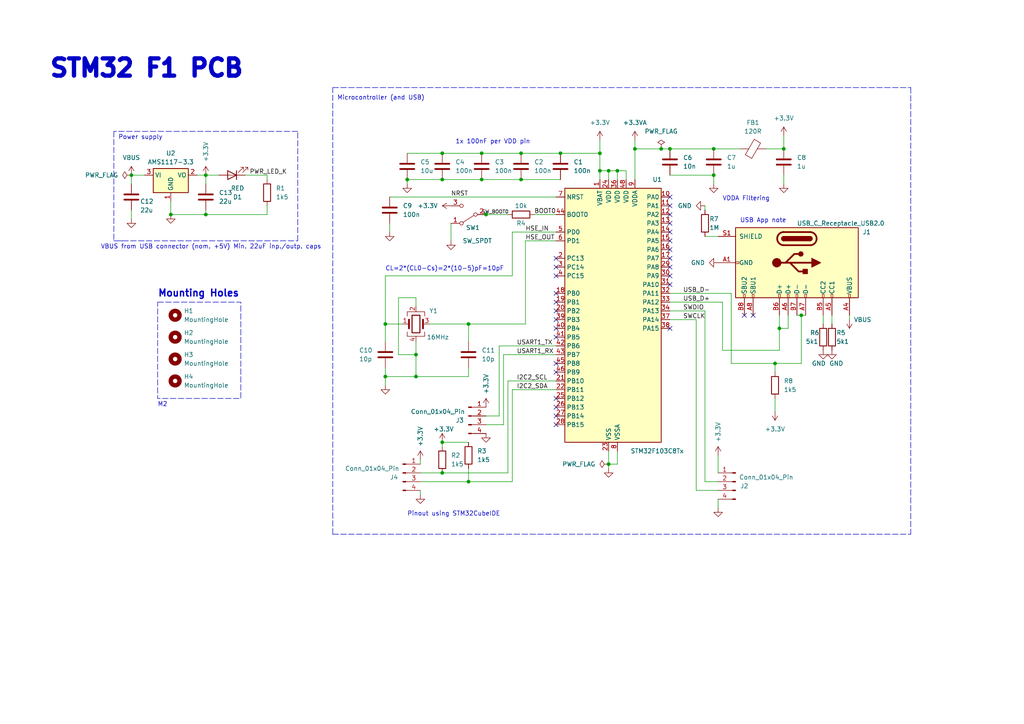
<source format=kicad_sch>
(kicad_sch (version 20230121) (generator eeschema)
  (paper "A4")
  (title_block (title "STM32 F1 PCB") (date "2023-10-09") (rev "0.1"))
  (lib_symbols
    (symbol "Connector:Conn_01x04_Pin" (pin_names (offset 1.016) hide)
      (property "Reference" "J" (at 0 5.08 0))
      (property "Value" "Conn_01x04_Pin" (at 0 -7.62 0))
      (symbol "Conn_01x04_Pin_1_1"
        (polyline (pts (xy 1.27 -5.08) (xy 0.8636 -5.08)) (stroke (width 0.1524)))
        (polyline (pts (xy 1.27 -2.54) (xy 0.8636 -2.54)) (stroke (width 0.1524)))
        (polyline (pts (xy 1.27 0) (xy 0.8636 0)) (stroke (width 0.1524)))
        (polyline (pts (xy 1.27 2.54) (xy 0.8636 2.54)) (stroke (width 0.1524)))
        (rectangle (start 0.8636 -4.953) (end 0 -5.207) (stroke (width 0.1524)) (fill (type outline)))
        (rectangle (start 0.8636 -2.413) (end 0 -2.667) (stroke (width 0.1524)) (fill (type outline)))
        (rectangle (start 0.8636 0.127) (end 0 -0.127) (stroke (width 0.1524)) (fill (type outline)))
        (rectangle (start 0.8636 2.667) (end 0 2.413) (stroke (width 0.1524)) (fill (type outline)))
        (pin passive line (at 5.08 2.54 180) (length 3.81) (name "Pin_1") (number "1"))
        (pin passive line (at 5.08 0 180) (length 3.81) (name "Pin_2") (number "2"))
        (pin passive line (at 5.08 -2.54 180) (length 3.81) (name "Pin_3") (number "3"))
        (pin passive line (at 5.08 -5.08 180) (length 3.81) (name "Pin_4") (number "4"))
      )
    )
    (symbol "Connector:USB_C_Receptacle_USB2.0" (pin_names (offset 1.016))
      (property "Reference" "J" (at -10.16 19.05 0))
      (property "Value" "USB_C_Receptacle_USB2.0" (at 19.05 19.05 0))
      (symbol "USB_C_Receptacle_USB2.0_0_0"
        (rectangle (start -0.254 -17.78) (end 0.254 -16.764))
        (rectangle (start 10.16 -14.986) (end 9.144 -15.494))
        (rectangle (start 10.16 -12.446) (end 9.144 -12.954))
        (rectangle (start 10.16 -4.826) (end 9.144 -5.334))
        (rectangle (start 10.16 -2.286) (end 9.144 -2.794))
        (rectangle (start 10.16 0.254) (end 9.144 -0.254))
        (rectangle (start 10.16 2.794) (end 9.144 2.286))
        (rectangle (start 10.16 7.874) (end 9.144 7.366))
        (rectangle (start 10.16 10.414) (end 9.144 9.906))
        (rectangle (start 10.16 15.494) (end 9.144 14.986))
      )
      (symbol "USB_C_Receptacle_USB2.0_0_1"
        (rectangle (start -10.16 17.78) (end 10.16 -17.78) (stroke (width 0.254)) (fill (type background)))
        (arc (start -8.89 -3.81) (mid -6.985 -5.7067) (end -5.08 -3.81) (stroke (width 0.508)))
        (arc (start -7.62 -3.81) (mid -6.985 -4.4423) (end -6.35 -3.81) (stroke (width 0.254)))
        (arc (start -7.62 -3.81) (mid -6.985 -4.4423) (end -6.35 -3.81) (stroke (width 0.254)) (fill (type outline)))
        (rectangle (start -7.62 -3.81) (end -6.35 3.81) (stroke (width 0.254)) (fill (type outline)))
        (arc (start -6.35 3.81) (mid -6.985 4.4423) (end -7.62 3.81) (stroke (width 0.254)))
        (arc (start -6.35 3.81) (mid -6.985 4.4423) (end -7.62 3.81) (stroke (width 0.254)) (fill (type outline)))
        (arc (start -5.08 3.81) (mid -6.985 5.7067) (end -8.89 3.81) (stroke (width 0.508)))
        (circle (center -2.54 1.143) (radius 0.635) (stroke (width 0.254)) (fill (type outline)))
        (circle (center 0 -5.842) (radius 1.27) (fill (type outline)))
        (polyline (pts (xy -8.89 -3.81) (xy -8.89 3.81)) (stroke (width 0.508)))
        (polyline (pts (xy -5.08 3.81) (xy -5.08 -3.81)) (stroke (width 0.508)))
        (polyline (pts (xy 0 -5.842) (xy 0 4.318)) (stroke (width 0.508)))
        (polyline (pts (xy 0 -3.302) (xy -2.54 -0.762) (xy -2.54 0.508)) (stroke (width 0.508)))
        (polyline (pts (xy 0 -2.032) (xy 2.54 0.508) (xy 2.54 1.778)) (stroke (width 0.508)))
        (polyline (pts (xy -1.27 4.318) (xy 0 6.858) (xy 1.27 4.318) (xy -1.27 4.318)) (stroke (width 0.254)) (fill (type outline)))
        (rectangle (start 1.905 1.778) (end 3.175 3.048) (stroke (width 0.254)) (fill (type outline)))
      )
      (symbol "USB_C_Receptacle_USB2.0_1_1"
        (pin passive line (at 0 -22.86 90) (length 5.08) (name "GND") (number "A1"))
        (pin passive line (at 0 -22.86 90) (length 5.08) hide (name "GND") (number "A12"))
        (pin passive line (at 15.24 15.24 180) (length 5.08) (name "VBUS") (number "A4"))
        (pin bidirectional line (at 15.24 10.16 180) (length 5.08) (name "CC1") (number "A5"))
        (pin bidirectional line (at 15.24 -2.54 180) (length 5.08) (name "D+") (number "A6"))
        (pin bidirectional line (at 15.24 2.54 180) (length 5.08) (name "D-") (number "A7"))
        (pin bidirectional line (at 15.24 -12.7 180) (length 5.08) (name "SBU1") (number "A8"))
        (pin passive line (at 15.24 15.24 180) (length 5.08) hide (name "VBUS") (number "A9"))
        (pin passive line (at 0 -22.86 90) (length 5.08) hide (name "GND") (number "B1"))
        (pin passive line (at 0 -22.86 90) (length 5.08) hide (name "GND") (number "B12"))
        (pin passive line (at 15.24 15.24 180) (length 5.08) hide (name "VBUS") (number "B4"))
        (pin bidirectional line (at 15.24 7.62 180) (length 5.08) (name "CC2") (number "B5"))
        (pin bidirectional line (at 15.24 -5.08 180) (length 5.08) (name "D+") (number "B6"))
        (pin bidirectional line (at 15.24 0 180) (length 5.08) (name "D-") (number "B7"))
        (pin bidirectional line (at 15.24 -15.24 180) (length 5.08) (name "SBU2") (number "B8"))
        (pin passive line (at 15.24 15.24 180) (length 5.08) hide (name "VBUS") (number "B9"))
        (pin passive line (at -7.62 -22.86 90) (length 5.08) (name "SHIELD") (number "S1"))
      )
    )
    (symbol "Device:C" (pin_numbers hide) (pin_names (offset 0.254))
      (property "Reference" "C" (at 0.635 2.54 0))
      (property "Value" "C" (at 0.635 -2.54 0))
      (symbol "C_0_1"
        (polyline (pts (xy -2.032 -0.762) (xy 2.032 -0.762)) (stroke (width 0.508)))
        (polyline (pts (xy -2.032 0.762) (xy 2.032 0.762)) (stroke (width 0.508)))
      )
      (symbol "C_1_1"
        (pin passive line (at 0 3.81 270) (length 2.794) (name "~") (number "1"))
        (pin passive line (at 0 -3.81 90) (length 2.794) (name "~") (number "2"))
      )
    )
    (symbol "Device:Crystal_GND24" (pin_names (offset 1.016) hide)
      (property "Reference" "Y" (at 3.175 5.08 0))
      (property "Value" "Crystal_GND24" (at 3.175 3.175 0))
      (symbol "Crystal_GND24_0_1"
        (rectangle (start -1.143 2.54) (end 1.143 -2.54) (stroke (width 0.3048)))
        (polyline (pts (xy -2.54 0) (xy -2.032 0)))
        (polyline (pts (xy -2.032 -1.27) (xy -2.032 1.27)) (stroke (width 0.508)))
        (polyline (pts (xy 0 -3.81) (xy 0 -3.556)))
        (polyline (pts (xy 0 3.556) (xy 0 3.81)))
        (polyline (pts (xy 2.032 -1.27) (xy 2.032 1.27)) (stroke (width 0.508)))
        (polyline (pts (xy 2.032 0) (xy 2.54 0)))
        (polyline (pts (xy -2.54 -2.286) (xy -2.54 -3.556) (xy 2.54 -3.556) (xy 2.54 -2.286)))
        (polyline (pts (xy -2.54 2.286) (xy -2.54 3.556) (xy 2.54 3.556) (xy 2.54 2.286)))
      )
      (symbol "Crystal_GND24_1_1"
        (pin passive line (at -3.81 0 0) (length 1.27) (name "1") (number "1"))
        (pin passive line (at 0 5.08 270) (length 1.27) (name "2") (number "2"))
        (pin passive line (at 3.81 0 180) (length 1.27) (name "3") (number "3"))
        (pin passive line (at 0 -5.08 90) (length 1.27) (name "4") (number "4"))
      )
    )
    (symbol "Device:FerriteBead" (pin_numbers hide) (pin_names (offset 0))
      (property "Reference" "FB" (at -3.81 0.635 90))
      (property "Value" "FerriteBead" (at 3.81 0 90))
      (symbol "FerriteBead_0_1"
        (polyline (pts (xy 0 -1.27) (xy 0 -1.2192)))
        (polyline (pts (xy 0 1.27) (xy 0 1.2954)))
        (polyline (pts (xy -2.7686 0.4064) (xy -1.7018 2.2606) (xy 2.7686 -0.3048) (xy 1.6764 -2.159) (xy -2.7686 0.4064)))
      )
      (symbol "FerriteBead_1_1"
        (pin passive line (at 0 3.81 270) (length 2.54) (name "~") (number "1"))
        (pin passive line (at 0 -3.81 90) (length 2.54) (name "~") (number "2"))
      )
    )
    (symbol "Device:LED" (pin_numbers hide) (pin_names (offset 1.016) hide)
      (property "Reference" "D" (at 0 2.54 0))
      (property "Value" "LED" (at 0 -2.54 0))
      (symbol "LED_0_1"
        (polyline (pts (xy -1.27 -1.27) (xy -1.27 1.27)) (stroke (width 0.254)))
        (polyline (pts (xy -1.27 0) (xy 1.27 0)))
        (polyline (pts (xy 1.27 -1.27) (xy 1.27 1.27) (xy -1.27 0) (xy 1.27 -1.27)) (stroke (width 0.254)))
        (polyline (pts (xy -3.048 -0.762) (xy -4.572 -2.286) (xy -3.81 -2.286) (xy -4.572 -2.286) (xy -4.572 -1.524)))
        (polyline (pts (xy -1.778 -0.762) (xy -3.302 -2.286) (xy -2.54 -2.286) (xy -3.302 -2.286) (xy -3.302 -1.524)))
      )
      (symbol "LED_1_1"
        (pin passive line (at -3.81 0 0) (length 2.54) (name "K") (number "1"))
        (pin passive line (at 3.81 0 180) (length 2.54) (name "A") (number "2"))
      )
    )
    (symbol "Device:R" (pin_numbers hide) (pin_names (offset 0))
      (property "Reference" "R" (at 2.032 0 90))
      (property "Value" "R" (at 0 0 90))
      (symbol "R_0_1"
        (rectangle (start -1.016 -2.54) (end 1.016 2.54) (stroke (width 0.254)))
      )
      (symbol "R_1_1"
        (pin passive line (at 0 3.81 270) (length 1.27) (name "~") (number "1"))
        (pin passive line (at 0 -3.81 90) (length 1.27) (name "~") (number "2"))
      )
    )
    (symbol "MCU_ST_STM32F1:STM32F103C8Tx"
      (property "Reference" "U" (at -12.7 39.37 0))
      (property "Value" "STM32F103C8Tx" (at 10.16 39.37 0))
      (symbol "STM32F103C8Tx_0_1"
        (rectangle (start -12.7 -35.56) (end 15.24 38.1) (stroke (width 0.254)) (fill (type background)))
      )
      (symbol "STM32F103C8Tx_1_1"
        (pin power_in line (at -2.54 40.64 270) (length 2.54) (name "VBAT") (number "1"))
        (pin bidirectional line (at 17.78 35.56 180) (length 2.54) (name "PA0") (number "10"))
        (pin bidirectional line (at 17.78 33.02 180) (length 2.54) (name "PA1") (number "11"))
        (pin bidirectional line (at 17.78 30.48 180) (length 2.54) (name "PA2") (number "12"))
        (pin bidirectional line (at 17.78 27.94 180) (length 2.54) (name "PA3") (number "13"))
        (pin bidirectional line (at 17.78 25.4 180) (length 2.54) (name "PA4") (number "14"))
        (pin bidirectional line (at 17.78 22.86 180) (length 2.54) (name "PA5") (number "15"))
        (pin bidirectional line (at 17.78 20.32 180) (length 2.54) (name "PA6") (number "16"))
        (pin bidirectional line (at 17.78 17.78 180) (length 2.54) (name "PA7") (number "17"))
        (pin bidirectional line (at -15.24 7.62 0) (length 2.54) (name "PB0") (number "18"))
        (pin bidirectional line (at -15.24 5.08 0) (length 2.54) (name "PB1") (number "19"))
        (pin bidirectional line (at -15.24 17.78 0) (length 2.54) (name "PC13") (number "2"))
        (pin bidirectional line (at -15.24 2.54 0) (length 2.54) (name "PB2") (number "20"))
        (pin bidirectional line (at -15.24 -17.78 0) (length 2.54) (name "PB10") (number "21"))
        (pin bidirectional line (at -15.24 -20.32 0) (length 2.54) (name "PB11") (number "22"))
        (pin power_in line (at 0 -38.1 90) (length 2.54) (name "VSS") (number "23"))
        (pin power_in line (at 0 40.64 270) (length 2.54) (name "VDD") (number "24"))
        (pin bidirectional line (at -15.24 -22.86 0) (length 2.54) (name "PB12") (number "25"))
        (pin bidirectional line (at -15.24 -25.4 0) (length 2.54) (name "PB13") (number "26"))
        (pin bidirectional line (at -15.24 -27.94 0) (length 2.54) (name "PB14") (number "27"))
        (pin bidirectional line (at -15.24 -30.48 0) (length 2.54) (name "PB15") (number "28"))
        (pin bidirectional line (at 17.78 15.24 180) (length 2.54) (name "PA8") (number "29"))
        (pin bidirectional line (at -15.24 15.24 0) (length 2.54) (name "PC14") (number "3"))
        (pin bidirectional line (at 17.78 12.7 180) (length 2.54) (name "PA9") (number "30"))
        (pin bidirectional line (at 17.78 10.16 180) (length 2.54) (name "PA10") (number "31"))
        (pin bidirectional line (at 17.78 7.62 180) (length 2.54) (name "PA11") (number "32"))
        (pin bidirectional line (at 17.78 5.08 180) (length 2.54) (name "PA12") (number "33"))
        (pin bidirectional line (at 17.78 2.54 180) (length 2.54) (name "PA13") (number "34"))
        (pin passive line (at 0 -38.1 90) (length 2.54) hide (name "VSS") (number "35"))
        (pin power_in line (at 2.54 40.64 270) (length 2.54) (name "VDD") (number "36"))
        (pin bidirectional line (at 17.78 0 180) (length 2.54) (name "PA14") (number "37"))
        (pin bidirectional line (at 17.78 -2.54 180) (length 2.54) (name "PA15") (number "38"))
        (pin bidirectional line (at -15.24 0 0) (length 2.54) (name "PB3") (number "39"))
        (pin bidirectional line (at -15.24 12.7 0) (length 2.54) (name "PC15") (number "4"))
        (pin bidirectional line (at -15.24 -2.54 0) (length 2.54) (name "PB4") (number "40"))
        (pin bidirectional line (at -15.24 -5.08 0) (length 2.54) (name "PB5") (number "41"))
        (pin bidirectional line (at -15.24 -7.62 0) (length 2.54) (name "PB6") (number "42"))
        (pin bidirectional line (at -15.24 -10.16 0) (length 2.54) (name "PB7") (number "43"))
        (pin input line (at -15.24 30.48 0) (length 2.54) (name "BOOT0") (number "44"))
        (pin bidirectional line (at -15.24 -12.7 0) (length 2.54) (name "PB8") (number "45"))
        (pin bidirectional line (at -15.24 -15.24 0) (length 2.54) (name "PB9") (number "46"))
        (pin passive line (at 0 -38.1 90) (length 2.54) hide (name "VSS") (number "47"))
        (pin power_in line (at 5.08 40.64 270) (length 2.54) (name "VDD") (number "48"))
        (pin bidirectional line (at -15.24 25.4 0) (length 2.54) (name "PD0") (number "5"))
        (pin bidirectional line (at -15.24 22.86 0) (length 2.54) (name "PD1") (number "6"))
        (pin input line (at -15.24 35.56 0) (length 2.54) (name "NRST") (number "7"))
        (pin power_in line (at 2.54 -38.1 90) (length 2.54) (name "VSSA") (number "8"))
        (pin power_in line (at 7.62 40.64 270) (length 2.54) (name "VDDA") (number "9"))
      )
    )
    (symbol "Mechanical:MountingHole" (pin_names (offset 1.016))
      (property "Reference" "H" (at 0 5.08 0))
      (property "Value" "MountingHole" (at 0 3.175 0))
      (symbol "MountingHole_0_1"
        (circle (center 0 0) (radius 1.27) (stroke (width 1.27)))
      )
    )
    (symbol "Regulator_Linear:AMS1117-3.3"
      (property "Reference" "U" (at -3.81 3.175 0))
      (property "Value" "AMS1117-3.3" (at 0 3.175 0))
      (symbol "AMS1117-3.3_0_1"
        (rectangle (start -5.08 -5.08) (end 5.08 1.905) (stroke (width 0.254)) (fill (type background)))
      )
      (symbol "AMS1117-3.3_1_1"
        (pin power_in line (at 0 -7.62 90) (length 2.54) (name "GND") (number "1"))
        (pin power_out line (at 7.62 0 180) (length 2.54) (name "VO") (number "2"))
        (pin power_in line (at -7.62 0 0) (length 2.54) (name "VI") (number "3"))
      )
    )
    (symbol "Switch:SW_SPDT" (pin_names (offset 0) hide)
      (property "Reference" "SW" (at 0 4.318 0))
      (property "Value" "SW_SPDT" (at 0 -5.08 0))
      (symbol "SW_SPDT_0_0"
        (circle (center -2.032 0) (radius 0.508))
        (circle (center 2.032 -2.54) (radius 0.508))
      )
      (symbol "SW_SPDT_0_1"
        (polyline (pts (xy -1.524 0.254) (xy 1.651 2.286)))
        (circle (center 2.032 2.54) (radius 0.508))
      )
      (symbol "SW_SPDT_1_1"
        (pin passive line (at 5.08 2.54 180) (length 2.54) (name "A") (number "1"))
        (pin passive line (at -5.08 0 0) (length 2.54) (name "B") (number "2"))
        (pin passive line (at 5.08 -2.54 180) (length 2.54) (name "C") (number "3"))
      )
    )
    (symbol "power:+3.3V" (power) (pin_names (offset 0))
      (property "Value" "+3.3V" (at 0 3.556 0))
      (symbol "+3.3V_0_1"
        (polyline (pts (xy -0.762 1.27) (xy 0 2.54)))
        (polyline (pts (xy 0 0) (xy 0 2.54)))
        (polyline (pts (xy 0 2.54) (xy 0.762 1.27)))
      )
      (symbol "+3.3V_1_1"
        (pin power_in line (at 0 0 90) (length 0) hide (name "+3.3V") (number "1"))
      )
    )
    (symbol "power:+3.3VA" (power) (pin_names (offset 0))
      (property "Value" "+3.3VA" (at 0 3.556 0))
      (symbol "+3.3VA_0_1"
        (polyline (pts (xy -0.762 1.27) (xy 0 2.54)))
        (polyline (pts (xy 0 0) (xy 0 2.54)))
        (polyline (pts (xy 0 2.54) (xy 0.762 1.27)))
      )
      (symbol "+3.3VA_1_1"
        (pin power_in line (at 0 0 90) (length 0) hide (name "+3.3VA") (number "1"))
      )
    )
    (symbol "power:GND" (power) (pin_names (offset 0))
      (property "Value" "GND" (at 0 -3.81 0))
      (symbol "GND_0_1"
        (polyline (pts (xy 0 0) (xy 0 -1.27) (xy 1.27 -1.27) (xy 0 -2.54) (xy -1.27 -1.27) (xy 0 -1.27)))
      )
      (symbol "GND_1_1"
        (pin power_in line (at 0 0 270) (length 0) hide (name "GND") (number "1"))
      )
    )
    (symbol "power:PWR_FLAG" (power) (pin_numbers hide) (pin_names (offset 0) hide)
      (property "Value" "PWR_FLAG" (at 0 3.81 0))
      (symbol "PWR_FLAG_0_0"
        (pin power_out line (at 0 0 90) (length 0) (name "pwr") (number "1"))
      )
      (symbol "PWR_FLAG_0_1"
        (polyline (pts (xy 0 0) (xy 0 1.27) (xy -1.016 1.905) (xy 0 2.54) (xy 1.016 1.905) (xy 0 1.27)))
      )
    )
    (symbol "power:VBUS" (power) (pin_names (offset 0))
      (property "Value" "VBUS" (at 0 3.81 0))
      (symbol "VBUS_0_1"
        (polyline (pts (xy -0.762 1.27) (xy 0 2.54)))
        (polyline (pts (xy 0 0) (xy 0 2.54)))
        (polyline (pts (xy 0 2.54) (xy 0.762 1.27)))
      )
      (symbol "VBUS_1_1"
        (pin power_in line (at 0 0 90) (length 0) hide (name "VBUS") (number "1"))
      )
    )
  )
  (junction (at 226.06 95.25))
  (junction (at 207.01 43.18))
  (junction (at 140.97 62.23))
  (junction (at 227.33 43.18))
  (junction (at 173.99 49.53))
  (junction (at 173.99 44.45))
  (junction (at 151.13 52.07))
  (junction (at 59.69 62.23))
  (junction (at 176.53 49.53))
  (junction (at 128.27 52.07))
  (junction (at 224.79 105.41))
  (junction (at 128.27 44.45))
  (junction (at 139.7 52.07))
  (junction (at 128.27 137.16))
  (junction (at 184.15 43.18))
  (junction (at 59.69 50.8))
  (junction (at 38.1 50.8))
  (junction (at 120.65 109.22))
  (junction (at 207.01 50.8))
  (junction (at 191.77 43.18))
  (junction (at 232.41 91.44))
  (junction (at 111.76 93.98))
  (junction (at 135.89 139.7))
  (junction (at 128.27 128.27))
  (junction (at 162.56 44.45))
  (junction (at 194.31 43.18))
  (junction (at 139.7 44.45))
  (junction (at 135.89 93.98))
  (junction (at 118.11 52.07))
  (junction (at 120.65 102.87))
  (junction (at 176.53 134.62))
  (junction (at 111.76 109.22))
  (junction (at 49.53 62.23))
  (junction (at 151.13 44.45))
  (junction (at 179.07 49.53))
  (no_connect (at 161.29 92.71))
  (no_connect (at 194.31 69.85))
  (no_connect (at 194.31 57.15))
  (no_connect (at 194.31 59.69))
  (no_connect (at 194.31 77.47))
  (no_connect (at 161.29 123.19))
  (no_connect (at 194.31 80.01))
  (no_connect (at 218.44 91.44))
  (no_connect (at 161.29 118.11))
  (no_connect (at 161.29 105.41))
  (no_connect (at 194.31 72.39))
  (no_connect (at 194.31 95.25))
  (no_connect (at 161.29 87.63))
  (no_connect (at 194.31 67.31))
  (no_connect (at 161.29 77.47))
  (no_connect (at 194.31 82.55))
  (no_connect (at 194.31 74.93))
  (no_connect (at 161.29 90.17))
  (no_connect (at 161.29 115.57))
  (no_connect (at 161.29 120.65))
  (no_connect (at 161.29 85.09))
  (no_connect (at 194.31 64.77))
  (no_connect (at 161.29 74.93))
  (no_connect (at 215.9 91.44))
  (no_connect (at 161.29 107.95))
  (no_connect (at 161.29 95.25))
  (no_connect (at 194.31 62.23))
  (no_connect (at 161.29 97.79))
  (no_connect (at 161.29 80.01))
  (wire (pts (xy 120.65 102.87) (xy 120.65 109.22)))
  (wire (pts (xy 115.57 102.87) (xy 120.65 102.87)))
  (wire (pts (xy 194.31 85.09) (xy 212.09 85.09)))
  (wire (pts (xy 148.59 80.01) (xy 148.59 67.31)))
  (wire (pts (xy 38.1 50.8) (xy 41.91 50.8)))
  (wire (pts (xy 49.53 62.23) (xy 59.69 62.23)))
  (wire (pts (xy 139.7 44.45) (xy 151.13 44.45)))
  (wire (pts (xy 77.47 59.69) (xy 77.47 62.23)))
  (wire (pts (xy 120.65 109.22) (xy 111.76 109.22)))
  (wire (pts (xy 121.92 139.7) (xy 135.89 139.7)))
  (wire (pts (xy 152.4 93.98) (xy 152.4 69.85)))
  (wire (pts (xy 128.27 44.45) (xy 139.7 44.45)))
  (wire (pts (xy 59.69 50.8) (xy 63.5 50.8)))
  (wire (pts (xy 173.99 44.45) (xy 173.99 49.53)))
  (wire (pts (xy 154.94 62.23) (xy 161.29 62.23)))
  (wire (pts (xy 209.55 87.63) (xy 194.31 87.63)))
  (wire (pts (xy 204.47 90.17) (xy 204.47 139.7)))
  (wire (pts (xy 201.93 142.24) (xy 201.93 92.71)))
  (wire (pts (xy 135.89 109.22) (xy 120.65 109.22)))
  (wire (pts (xy 173.99 49.53) (xy 176.53 49.53)))
  (wire (pts (xy 184.15 52.07) (xy 184.15 43.18)))
  (wire (pts (xy 212.09 105.41) (xy 224.79 105.41)))
  (wire (pts (xy 57.15 50.8) (xy 59.69 50.8)))
  (polyline (pts (xy 35.56 69.85) (xy 86.36 69.85)) (stroke (width 0) (type dash)))
  (wire (pts (xy 147.32 137.16) (xy 147.32 110.49)))
  (wire (pts (xy 147.32 110.49) (xy 161.29 110.49)))
  (wire (pts (xy 135.89 93.98) (xy 152.4 93.98)))
  (wire (pts (xy 135.89 139.7) (xy 148.59 139.7)))
  (wire (pts (xy 184.15 40.64) (xy 184.15 43.18)))
  (wire (pts (xy 176.53 52.07) (xy 176.53 49.53)))
  (wire (pts (xy 111.76 80.01) (xy 148.59 80.01)))
  (wire (pts (xy 139.7 62.23) (xy 140.97 62.23)))
  (wire (pts (xy 176.53 49.53) (xy 179.07 49.53)))
  (wire (pts (xy 121.92 137.16) (xy 128.27 137.16)))
  (wire (pts (xy 38.1 60.96) (xy 38.1 63.5)))
  (wire (pts (xy 179.07 49.53) (xy 181.61 49.53)))
  (wire (pts (xy 115.57 86.36) (xy 115.57 102.87)))
  (wire (pts (xy 151.13 44.45) (xy 162.56 44.45)))
  (wire (pts (xy 224.79 105.41) (xy 232.41 105.41)))
  (wire (pts (xy 246.38 92.71) (xy 246.38 91.44)))
  (wire (pts (xy 191.77 43.18) (xy 194.31 43.18)))
  (wire (pts (xy 228.6 91.44) (xy 228.6 95.25)))
  (wire (pts (xy 135.89 135.89) (xy 135.89 139.7)))
  (wire (pts (xy 227.33 39.37) (xy 227.33 43.18)))
  (polyline (pts (xy 264.16 25.4) (xy 264.16 154.94)) (stroke (width 0) (type dash)))
  (wire (pts (xy 135.89 93.98) (xy 135.89 99.06)))
  (wire (pts (xy 208.28 144.78) (xy 208.28 147.32)))
  (wire (pts (xy 111.76 106.68) (xy 111.76 109.22)))
  (wire (pts (xy 144.78 100.33) (xy 161.29 100.33)))
  (polyline (pts (xy 86.36 69.85) (xy 86.36 38.1)) (stroke (width 0) (type dash)))
  (wire (pts (xy 59.69 50.8) (xy 59.69 53.34)))
  (wire (pts (xy 120.65 88.9) (xy 120.65 86.36)))
  (wire (pts (xy 209.55 101.6) (xy 209.55 87.63)))
  (wire (pts (xy 148.59 67.31) (xy 161.29 67.31)))
  (wire (pts (xy 120.65 102.87) (xy 120.65 99.06)))
  (wire (pts (xy 232.41 91.44) (xy 233.68 91.44)))
  (wire (pts (xy 231.14 91.44) (xy 232.41 91.44)))
  (wire (pts (xy 194.31 92.71) (xy 201.93 92.71)))
  (wire (pts (xy 208.28 132.08) (xy 208.28 137.16)))
  (wire (pts (xy 232.41 105.41) (xy 232.41 91.44)))
  (wire (pts (xy 111.76 93.98) (xy 111.76 80.01)))
  (wire (pts (xy 238.76 91.44) (xy 238.76 93.98)))
  (wire (pts (xy 176.53 135.89) (xy 176.53 134.62)))
  (wire (pts (xy 148.59 139.7) (xy 148.59 113.03)))
  (wire (pts (xy 176.53 130.81) (xy 176.53 134.62)))
  (wire (pts (xy 124.46 93.98) (xy 135.89 93.98)))
  (wire (pts (xy 121.92 142.24) (xy 121.92 143.51)))
  (wire (pts (xy 241.3 91.44) (xy 241.3 93.98)))
  (wire (pts (xy 204.47 60.96) (xy 204.47 59.69)))
  (wire (pts (xy 111.76 93.98) (xy 116.84 93.98)))
  (wire (pts (xy 227.33 50.8) (xy 227.33 53.34)))
  (wire (pts (xy 152.4 69.85) (xy 161.29 69.85)))
  (wire (pts (xy 146.05 123.19) (xy 146.05 102.87)))
  (wire (pts (xy 128.27 52.07) (xy 139.7 52.07)))
  (wire (pts (xy 181.61 52.07) (xy 181.61 49.53)))
  (wire (pts (xy 179.07 134.62) (xy 176.53 134.62)))
  (wire (pts (xy 135.89 109.22) (xy 135.89 106.68)))
  (wire (pts (xy 77.47 50.8) (xy 77.47 52.07)))
  (wire (pts (xy 113.03 64.77) (xy 113.03 67.31)))
  (polyline (pts (xy 33.02 38.1) (xy 33.02 69.85)) (stroke (width 0) (type dash)))
  (wire (pts (xy 204.47 68.58) (xy 208.28 68.58)))
  (wire (pts (xy 128.27 137.16) (xy 147.32 137.16)))
  (wire (pts (xy 207.01 50.8) (xy 207.01 53.34)))
  (wire (pts (xy 226.06 101.6) (xy 209.55 101.6)))
  (wire (pts (xy 173.99 49.53) (xy 173.99 52.07)))
  (wire (pts (xy 128.27 128.27) (xy 135.89 128.27)))
  (wire (pts (xy 77.47 50.8) (xy 71.12 50.8)))
  (wire (pts (xy 222.25 43.18) (xy 227.33 43.18)))
  (wire (pts (xy 194.31 50.8) (xy 207.01 50.8)))
  (wire (pts (xy 194.31 43.18) (xy 207.01 43.18)))
  (wire (pts (xy 111.76 109.22) (xy 111.76 111.76)))
  (polyline (pts (xy 96.52 25.4) (xy 264.16 25.4)) (stroke (width 0) (type dash)))
  (wire (pts (xy 208.28 139.7) (xy 204.47 139.7)))
  (wire (pts (xy 148.59 113.03) (xy 161.29 113.03)))
  (wire (pts (xy 144.78 120.65) (xy 144.78 100.33)))
  (wire (pts (xy 140.97 120.65) (xy 144.78 120.65)))
  (wire (pts (xy 111.76 93.98) (xy 111.76 99.06)))
  (wire (pts (xy 130.81 64.77) (xy 130.81 69.85)))
  (wire (pts (xy 226.06 95.25) (xy 226.06 101.6)))
  (wire (pts (xy 208.28 142.24) (xy 201.93 142.24)))
  (wire (pts (xy 118.11 52.07) (xy 118.11 53.34)))
  (wire (pts (xy 184.15 43.18) (xy 191.77 43.18)))
  (wire (pts (xy 194.31 90.17) (xy 204.47 90.17)))
  (wire (pts (xy 113.03 57.15) (xy 161.29 57.15)))
  (wire (pts (xy 226.06 91.44) (xy 226.06 95.25)))
  (wire (pts (xy 121.92 134.62) (xy 121.92 133.35)))
  (wire (pts (xy 38.1 50.8) (xy 38.1 53.34)))
  (wire (pts (xy 118.11 52.07) (xy 128.27 52.07)))
  (wire (pts (xy 228.6 95.25) (xy 226.06 95.25)))
  (wire (pts (xy 139.7 52.07) (xy 151.13 52.07)))
  (wire (pts (xy 212.09 85.09) (xy 212.09 105.41)))
  (wire (pts (xy 146.05 102.87) (xy 161.29 102.87)))
  (wire (pts (xy 224.79 105.41) (xy 224.79 107.95)))
  (wire (pts (xy 140.97 62.23) (xy 147.32 62.23)))
  (wire (pts (xy 162.56 44.45) (xy 173.99 44.45)))
  (wire (pts (xy 120.65 86.36) (xy 115.57 86.36)))
  (polyline (pts (xy 86.36 38.1) (xy 33.02 38.1)) (stroke (width 0) (type dash)))
  (wire (pts (xy 207.01 43.18) (xy 214.63 43.18)))
  (wire (pts (xy 128.27 129.54) (xy 128.27 128.27)))
  (polyline (pts (xy 33.02 69.85) (xy 35.56 69.85)))
  (wire (pts (xy 140.97 123.19) (xy 146.05 123.19)))
  (wire (pts (xy 151.13 52.07) (xy 162.56 52.07)))
  (polyline (pts (xy 96.52 154.94) (xy 96.52 25.4)) (stroke (width 0) (type dash)))
  (wire (pts (xy 173.99 40.64) (xy 173.99 44.45)))
  (wire (pts (xy 59.69 60.96) (xy 59.69 62.23)))
  (wire (pts (xy 179.07 52.07) (xy 179.07 49.53)))
  (wire (pts (xy 224.79 115.57) (xy 224.79 119.38)))
  (wire (pts (xy 179.07 130.81) (xy 179.07 134.62)))
  (wire (pts (xy 49.53 58.42) (xy 49.53 62.23)))
  (wire (pts (xy 118.11 44.45) (xy 128.27 44.45)))
  (polyline (pts (xy 96.52 154.94) (xy 264.16 154.94)) (stroke (width 0) (type dash)))
  (wire (pts (xy 77.47 62.23) (xy 59.69 62.23)))
  (rectangle (start 45.72 87.63) (end 69.85 115.57) (stroke (width 0) (type dash)))
  (text "Power supply" (at 34.29 40.64 0) (effects (font (size 1.27 1.27)) (justify left bottom)))
  (text "M2" (at 45.72 118.11 0) (effects (font (size 1.27 1.27)) (justify left bottom)))
  (text "VBUS from USB connector (nom. +5V) Min. 22uF inp./outp. caps" (at 29.21 72.39 0) (effects (font (size 1.27 1.27)) (justify left bottom)))
  (text "Microcontroller (and USB)" (at 97.79 29.21 0) (effects (font (size 1.27 1.27)) (justify left bottom)))
  (text "1x 100nF per VDD pin" (at 132.08 41.91 0) (effects (font (size 1.27 1.27)) (justify left bottom)))
  (text "USB App note" (at 214.63 64.77 0) (effects (font (size 1.27 1.27)) (justify left bottom)))
  (text "VDDA Filtering" (at 209.55 58.42 0) (effects (font (size 1.27 1.27)) (justify left bottom)))
  (text "CL=2*(CL0-Cs)=2*(10-5)pF=10pF" (at 111.76 78.74 0) (effects (font (size 1.27 1.27)) (justify left bottom)))
  (text "Pinout using STM32CubeIDE" (at 118.11 149.86 0) (effects (font (size 1.27 1.27)) (justify left bottom)))
  (text "STM32 F1 PCB\n" (at 13.97 22.86 0) (effects (font (size 5 5) (thickness 1.4) bold) (justify left bottom)))
  (text "Mounting Holes" (at 45.72 86.36 0) (effects (font (size 2 2) (thickness 0.4) bold) (justify left bottom)))
  (label "USART1_RX" (at 149.86 102.87 0))
  (label "PWR_LED_K" (at 72.39 50.8 0))
  (label "USART1_TX" (at 149.86 100.33 0))
  (label "SW_BOOT0" (at 139.7 62.23 0) (effects (font (size 1 1))))
  (label "BOOT0" (at 154.94 62.23 0))
  (label "I2C2_SCL" (at 149.86 110.49 0))
  (label "USB_D-" (at 198.12 85.09 0))
  (label "USB_D+" (at 198.12 87.63 0))
  (label "I2C2_SDA" (at 149.86 113.03 0))
  (label "HSE_OUT" (at 152.4 69.85 0))
  (label "SWCLK" (at 198.12 92.71 0))
  (label "HSE_IN" (at 152.4 67.31 0))
  (label "SWDIO" (at 198.12 90.17 0))
  (label "NRST" (at 130.81 57.15 0))
  (symbol (lib_id "power:GND") (at 140.97 125.73 0) (unit 1)
    (property "Reference" "#PWR018" (effects hide))
    (property "Value" "GND" (effects hide))
  )
  (symbol (lib_id "power:+3.3V") (at 130.81 59.69 90) (unit 1)
    (property "Reference" "#PWR010" (effects hide))
    (property "Value" "+3.3V" (at 127 59.69 90) (effects (justify left)))
  )
  (symbol (lib_id "Device:C") (at 207.01 46.99 0) (unit 1)
    (property "Reference" "C7" (at 210.82 45.72 0) (effects (justify left)))
    (property "Value" "1u" (at 210.82 48.26 0) (effects (justify left)))
    (property "Footprint" "Capacitor_SMD:C_0402_1005Metric" (effects hide))
  )
  (symbol (lib_id "power:GND") (at 208.28 147.32 0) (unit 1)
    (property "Reference" "#PWR013" (effects hide))
    (property "Value" "GND" (effects hide))
  )
  (symbol (lib_id "Device:LED") (at 67.31 50.8 180) (unit 1)
    (property "Reference" "D1" (at 68.8975 57.15 0))
    (property "Value" "RED" (at 68.8975 54.61 0))
    (property "Footprint" "LED_SMD:LED_0603_1608Metric" (effects hide))
  )
  (symbol (lib_id "power:GND") (at 241.3 101.6 0) (unit 1)
    (property "Reference" "#PWR024" (effects hide))
    (property "Value" "GND" (at 242.57 105.41 0))
  )
  (symbol (lib_id "power:VBUS") (at 38.1 50.8 0) (unit 1)
    (property "Reference" "#PWR014" (effects hide))
    (property "Value" "VBUS" (at 38.1 45.72 0))
  )
  (symbol (lib_id "Device:Crystal_GND24") (at 120.65 93.98 0) (unit 1)
    (property "Reference" "Y1" (at 125.73 90.17 0))
    (property "Value" "16MHz" (at 127 97.79 0))
    (property "Footprint" "Crystal:Crystal_SMD_3225-4Pin_3.2x2.5mm" (effects hide))
  )
  (symbol (lib_id "power:+3.3V") (at 208.28 132.08 0) (unit 1)
    (property "Reference" "#PWR012" (effects hide))
    (property "Value" "+3.3V" (at 208.28 128.27 90) (effects (justify left)))
  )
  (symbol (lib_id "Device:FerriteBead") (at 218.44 43.18 90) (unit 1)
    (property "Reference" "FB1" (at 218.3892 35.56 90))
    (property "Value" "120R" (at 218.3892 38.1 90))
    (property "Footprint" "Inductor_SMD:L_0603_1608Metric" (effects hide))
  )
  (symbol (lib_id "Device:C") (at 59.69 57.15 0) (unit 1)
    (property "Reference" "C13" (at 63.5 55.88 0) (effects (justify left)))
    (property "Value" "22u" (at 63.5 58.42 0) (effects (justify left)))
    (property "Footprint" "Capacitor_SMD:C_0805_2012Metric" (effects hide))
  )
  (symbol (lib_id "Mechanical:MountingHole") (at 50.8 110.49 0) (unit 1)
    (property "Reference" "H4" (at 53.34 109.22 0) (effects (justify left)))
    (property "Value" "MountingHole" (at 53.34 111.76 0) (effects (justify left)))
    (property "Footprint" "MountingHole:MountingHole_2.2mm_M2" (effects hide))
  )
  (symbol (lib_id "Device:C") (at 118.11 48.26 0) (unit 1)
    (property "Reference" "C5" (at 121.92 46.99 0) (effects (justify left)))
    (property "Value" "10u" (at 121.92 49.53 0) (effects (justify left)))
    (property "Footprint" "Capacitor_SMD:C_0603_1608Metric" (effects hide))
  )
  (symbol (lib_id "power:GND") (at 118.11 53.34 0) (unit 1)
    (property "Reference" "#PWR03" (effects hide))
    (property "Value" "GND" (effects hide))
  )
  (symbol (lib_id "power:+3.3V") (at 227.33 39.37 0) (unit 1)
    (property "Reference" "#PWR07" (effects hide))
    (property "Value" "+3.3V" (at 227.33 34.29 0))
  )
  (symbol (lib_id "Connector:USB_C_Receptacle_USB2.0") (at 231.14 76.2 270) (unit 1)
    (property "Reference" "J1" (at 250.19 67.31 90) (effects (justify left)))
    (property "Value" "USB_C_Receptacle_USB2.0" (at 231.14 64.77 90) (effects (justify left)))
    (property "Footprint" "Connector_USB:USB_C_Receptacle_HRO_TYPE-C-31-M-12" (effects hide))
    (property "Datasheet" "https://www.usb.org/sites/default/files/documents/usb_type-c.zip" (effects hide))
  )
  (symbol (lib_id "power:+3.3VA") (at 184.15 40.64 0) (unit 1)
    (property "Reference" "#PWR04" (effects hide))
    (property "Value" "+3.3VA" (at 184.15 35.56 0))
  )
  (symbol (lib_id "power:PWR_FLAG") (at 191.77 43.18 0) (unit 1)
    (property "Reference" "#FLG01" (effects hide))
    (property "Value" "PWR_FLAG" (at 191.77 38.1 0))
  )
  (symbol (lib_id "power:GND") (at 204.47 59.69 270) (unit 1)
    (property "Reference" "#PWR025" (effects hide))
    (property "Value" "GND" (at 200.66 59.69 90) (effects (justify right)))
  )
  (symbol (lib_id "Device:C") (at 135.89 102.87 0) (unit 1)
    (property "Reference" "C11" (at 139.7 101.6 0) (effects (justify left)))
    (property "Value" "10p" (at 139.7 104.14 0) (effects (justify left)))
    (property "Footprint" "Capacitor_SMD:C_0402_1005Metric" (effects hide))
  )
  (symbol (lib_id "power:GND") (at 49.53 62.23 0) (unit 1)
    (property "Reference" "#PWR027" (effects hide))
    (property "Value" "GND" (effects hide))
  )
  (symbol (lib_id "Device:R") (at 128.27 133.35 0) (unit 1)
    (property "Reference" "R2" (at 130.81 132.08 0) (effects (justify left)))
    (property "Value" "1k5" (at 130.81 134.62 0) (effects (justify left)))
    (property "Footprint" "Resistor_SMD:R_0402_1005Metric" (effects hide))
  )
  (symbol (lib_id "Device:R") (at 241.3 97.79 0) (unit 1)
    (property "Reference" "R5" (at 242.57 96.52 0) (effects (justify left)))
    (property "Value" "5k1" (at 242.57 99.06 0) (effects (justify left)))
    (property "Footprint" "Resistor_SMD:R_0402_1005Metric" (effects hide))
  )
  (symbol (lib_id "power:GND") (at 208.28 76.2 270) (unit 1)
    (property "Reference" "#PWR026" (effects hide))
    (property "Value" "GND" (at 204.47 76.2 90) (effects (justify right)))
  )
  (symbol (lib_id "Device:C") (at 194.31 46.99 0) (unit 1)
    (property "Reference" "C6" (at 198.12 45.72 0) (effects (justify left)))
    (property "Value" "10n" (at 198.12 48.26 0) (effects (justify left)))
    (property "Footprint" "Capacitor_SMD:C_0402_1005Metric" (effects hide))
  )
  (symbol (lib_id "Connector:Conn_01x04_Pin") (at 213.36 139.7 0) (mirror y) (unit 1)
    (property "Reference" "J2" (at 215.9 140.97 0))
    (property "Value" "Conn_01x04_Pin" (at 222.25 138.43 0))
    (property "Footprint" "Connector_PinHeader_2.54mm:PinHeader_1x04_P2.54mm_Vertical" (effects hide))
  )
  (symbol (lib_id "Device:R") (at 224.79 111.76 0) (unit 1)
    (property "Reference" "R8" (at 227.33 110.49 0) (effects (justify left)))
    (property "Value" "1k5" (at 227.33 113.03 0) (effects (justify left)))
    (property "Footprint" "Resistor_SMD:R_0402_1005Metric" (effects hide))
  )
  (symbol (lib_id "Mechanical:MountingHole") (at 50.8 91.44 0) (unit 1)
    (property "Reference" "H1" (at 53.34 90.17 0) (effects (justify left)))
    (property "Value" "MountingHole" (at 53.34 92.71 0) (effects (justify left)))
    (property "Footprint" "MountingHole:MountingHole_2.2mm_M2" (effects hide))
  )
  (symbol (lib_id "Device:C") (at 139.7 48.26 0) (unit 1)
    (property "Reference" "C3" (at 143.51 46.99 0) (effects (justify left)))
    (property "Value" "100n" (at 143.51 49.53 0) (effects (justify left)))
    (property "Footprint" "Capacitor_SMD:C_0402_1005Metric" (effects hide))
  )
  (symbol (lib_id "power:+3.3V") (at 224.79 119.38 180) (unit 1)
    (property "Reference" "#PWR022" (effects hide))
    (property "Value" "+3.3V" (at 224.79 124.46 0))
  )
  (symbol (lib_id "power:+3.3V") (at 128.27 128.27 0) (unit 1)
    (property "Reference" "#PWR021" (effects hide))
    (property "Value" "+3.3V" (at 125.73 124.46 0) (effects (justify left)))
  )
  (symbol (lib_id "Device:R") (at 135.89 132.08 0) (unit 1)
    (property "Reference" "R3" (at 138.43 130.81 0) (effects (justify left)))
    (property "Value" "1k5" (at 138.43 133.35 0) (effects (justify left)))
    (property "Footprint" "Resistor_SMD:R_0402_1005Metric" (effects hide))
  )
  (symbol (lib_id "Mechanical:MountingHole") (at 50.8 97.79 0) (unit 1)
    (property "Reference" "H2" (at 53.34 96.52 0) (effects (justify left)))
    (property "Value" "MountingHole" (at 53.34 99.06 0) (effects (justify left)))
    (property "Footprint" "MountingHole:MountingHole_2.2mm_M2" (effects hide))
  )
  (symbol (lib_id "Device:C") (at 113.03 60.96 0) (unit 1)
    (property "Reference" "C9" (at 116.84 59.69 0) (effects (justify left)))
    (property "Value" "100n" (at 116.84 62.23 0) (effects (justify left)))
    (property "Footprint" "Capacitor_SMD:C_0402_1005Metric" (effects hide))
  )
  (symbol (lib_id "power:PWR_FLAG") (at 176.53 134.62 90) (unit 1)
    (property "Reference" "#FLG03" (effects hide))
    (property "Value" "PWR_FLAG" (at 172.72 134.62 90) (effects (justify left)))
  )
  (symbol (lib_id "power:GND") (at 207.01 53.34 0) (unit 1)
    (property "Reference" "#PWR05" (effects hide))
    (property "Value" "GND" (effects hide))
  )
  (symbol (lib_id "MCU_ST_STM32F1:STM32F103C8Tx") (at 176.53 92.71 0) (unit 1)
    (property "Reference" "U1" (at 189.23 52.07 0) (effects (justify left)))
    (property "Value" "STM32F103C8Tx" (at 182.88 130.81 0) (effects (justify left)))
    (property "Footprint" "Package_QFP:LQFP-48_7x7mm_P0.5mm" (effects hide))
    (property "Datasheet" "https://www.st.com/resource/en/datasheet/stm32f103c8.pdf" (effects hide))
  )
  (symbol (lib_id "power:PWR_FLAG") (at 38.1 50.8 90) (unit 1)
    (property "Reference" "#FLG02" (effects hide))
    (property "Value" "PWR_FLAG" (at 34.29 50.8 90) (effects (justify left)))
  )
  (symbol (lib_id "Device:C") (at 128.27 48.26 0) (unit 1)
    (property "Reference" "C4" (at 132.08 46.99 0) (effects (justify left)))
    (property "Value" "100n" (at 132.08 49.53 0) (effects (justify left)))
    (property "Footprint" "Capacitor_SMD:C_0402_1005Metric" (effects hide))
  )
  (symbol (lib_id "power:GND") (at 38.1 63.5 0) (unit 1)
    (property "Reference" "#PWR016" (effects hide))
    (property "Value" "GND" (effects hide))
  )
  (symbol (lib_id "Device:R") (at 238.76 97.79 0) (unit 1)
    (property "Reference" "R6" (at 234.95 96.52 0) (effects (justify left)))
    (property "Value" "5k1" (at 233.68 99.06 0) (effects (justify left)))
    (property "Footprint" "Resistor_SMD:R_0402_1005Metric" (effects hide))
  )
  (symbol (lib_id "Regulator_Linear:AMS1117-3.3") (at 49.53 50.8 0) (unit 1)
    (property "Reference" "U2" (at 49.53 44.45 0))
    (property "Value" "AMS1117-3.3" (at 49.53 46.99 0))
    (property "Footprint" "Package_TO_SOT_SMD:SOT-223-3_TabPin2" (effects hide))
    (property "Datasheet" "http://www.advanced-monolithic.com/pdf/ds1117.pdf" (effects hide))
  )
  (symbol (lib_id "Device:C") (at 227.33 46.99 0) (unit 1)
    (property "Reference" "C8" (at 231.14 45.72 0) (effects (justify left)))
    (property "Value" "1u" (at 231.14 48.26 0) (effects (justify left)))
    (property "Footprint" "Capacitor_SMD:C_0402_1005Metric" (effects hide))
  )
  (symbol (lib_id "power:+3.3V") (at 59.69 50.8 0) (mirror y) (unit 1)
    (property "Reference" "#PWR015" (effects hide))
    (property "Value" "+3.3V" (at 59.69 46.99 90) (effects (justify left)))
  )
  (symbol (lib_id "power:GND") (at 227.33 53.34 0) (unit 1)
    (property "Reference" "#PWR06" (effects hide))
    (property "Value" "GND" (effects hide))
  )
  (symbol (lib_id "power:+3.3V") (at 140.97 118.11 0) (unit 1)
    (property "Reference" "#PWR017" (effects hide))
    (property "Value" "+3.3V" (at 140.97 114.3 90) (effects (justify left)))
  )
  (symbol (lib_id "Mechanical:MountingHole") (at 50.8 104.14 0) (unit 1)
    (property "Reference" "H3" (at 53.34 102.87 0) (effects (justify left)))
    (property "Value" "MountingHole" (at 53.34 105.41 0) (effects (justify left)))
    (property "Footprint" "MountingHole:MountingHole_2.2mm_M2" (effects hide))
  )
  (symbol (lib_id "power:GND") (at 238.76 101.6 0) (unit 1)
    (property "Reference" "#PWR023" (effects hide))
    (property "Value" "GND" (at 237.49 105.41 0))
  )
  (symbol (lib_id "power:GND") (at 176.53 135.89 0) (unit 1)
    (property "Reference" "#PWR01" (effects hide))
    (property "Value" "GND" (effects hide))
  )
  (symbol (lib_id "Device:R") (at 204.47 64.77 0) (unit 1)
    (property "Reference" "R7" (at 205.74 63.5 0) (effects (justify left)))
    (property "Value" "1M" (at 205.74 66.04 0) (effects (justify left)))
    (property "Footprint" "Resistor_SMD:R_0402_1005Metric" (effects hide))
  )
  (symbol (lib_id "Device:C") (at 162.56 48.26 0) (unit 1)
    (property "Reference" "C1" (at 166.37 46.99 0) (effects (justify left)))
    (property "Value" "100n" (at 166.37 49.53 0) (effects (justify left)))
    (property "Footprint" "Capacitor_SMD:C_0402_1005Metric" (effects hide))
  )
  (symbol (lib_id "Connector:Conn_01x04_Pin") (at 116.84 137.16 0) (unit 1)
    (property "Reference" "J4" (at 114.3 138.43 0))
    (property "Value" "Conn_01x04_Pin" (at 107.95 135.89 0))
    (property "Footprint" "Connector_PinHeader_2.54mm:PinHeader_1x04_P2.54mm_Vertical" (effects hide))
  )
  (symbol (lib_id "Device:C") (at 151.13 48.26 0) (unit 1)
    (property "Reference" "C2" (at 154.94 46.99 0) (effects (justify left)))
    (property "Value" "100n" (at 154.94 49.53 0) (effects (justify left)))
    (property "Footprint" "Capacitor_SMD:C_0402_1005Metric" (effects hide))
  )
  (symbol (lib_id "power:+3.3V") (at 173.99 40.64 0) (unit 1)
    (property "Reference" "#PWR02" (effects hide))
    (property "Value" "+3.3V" (at 173.99 35.56 0))
  )
  (symbol (lib_id "power:+3.3V") (at 121.92 133.35 0) (unit 1)
    (property "Reference" "#PWR019" (effects hide))
    (property "Value" "+3.3V" (at 121.92 129.54 90) (effects (justify left)))
  )
  (symbol (lib_id "Switch:SW_SPDT") (at 135.89 62.23 180) (unit 1)
    (property "Reference" "SW1" (at 137.16 66.04 0))
    (property "Value" "SW_SPDT" (at 138.43 69.85 0))
    (property "Footprint" "Button_Switch_SMD:SW_SPDT_PCM12" (effects hide))
  )
  (symbol (lib_id "Device:C") (at 111.76 102.87 0) (unit 1)
    (property "Reference" "C10" (at 104.14 101.6 0) (effects (justify left)))
    (property "Value" "10p" (at 104.14 104.14 0) (effects (justify left)))
    (property "Footprint" "Capacitor_SMD:C_0402_1005Metric" (effects hide))
  )
  (symbol (lib_id "Device:R") (at 77.47 55.88 0) (unit 1)
    (property "Reference" "R1" (at 80.01 54.61 0) (effects (justify left)))
    (property "Value" "1k5" (at 80.01 57.15 0) (effects (justify left)))
    (property "Footprint" "Resistor_SMD:R_0402_1005Metric" (effects hide))
  )
  (symbol (lib_id "power:GND") (at 121.92 143.51 0) (unit 1)
    (property "Reference" "#PWR020" (effects hide))
    (property "Value" "GND" (effects hide))
  )
  (symbol (lib_id "power:GND") (at 111.76 111.76 0) (unit 1)
    (property "Reference" "#PWR011" (effects hide))
    (property "Value" "GND" (effects hide))
  )
  (symbol (lib_id "power:VBUS") (at 246.38 92.71 180) (unit 1)
    (property "Reference" "#PWR0101" (effects hide))
    (property "Value" "VBUS" (at 250.19 92.71 0))
  )
  (symbol (lib_id "power:GND") (at 130.81 69.85 0) (unit 1)
    (property "Reference" "#PWR09" (effects hide))
    (property "Value" "GND" (effects hide))
  )
  (symbol (lib_id "power:GND") (at 113.03 67.31 0) (unit 1)
    (property "Reference" "#PWR08" (effects hide))
    (property "Value" "GND" (effects hide))
  )
  (symbol (lib_id "Connector:Conn_01x04_Pin") (at 135.89 120.65 0) (unit 1)
    (property "Reference" "J3" (at 133.35 121.92 0))
    (property "Value" "Conn_01x04_Pin" (at 127 119.38 0))
    (property "Footprint" "Connector_PinHeader_2.54mm:PinHeader_1x04_P2.54mm_Vertical" (effects hide))
  )
  (symbol (lib_id "Device:R") (at 151.13 62.23 90) (unit 1)
    (property "Reference" "R4" (at 151.13 64.77 90))
    (property "Value" "10k" (at 151.13 59.69 90))
    (property "Footprint" "Resistor_SMD:R_0402_1005Metric" (effects hide))
  )
  (symbol (lib_id "Device:C") (at 38.1 57.15 0) (unit 1)
    (property "Reference" "C12" (at 40.64 58.42 0) (effects (justify left)))
    (property "Value" "22u" (at 40.64 60.96 0) (effects (justify left)))
    (property "Footprint" "Capacitor_SMD:C_0805_2012Metric" (effects hide))
  )
)
</source>
